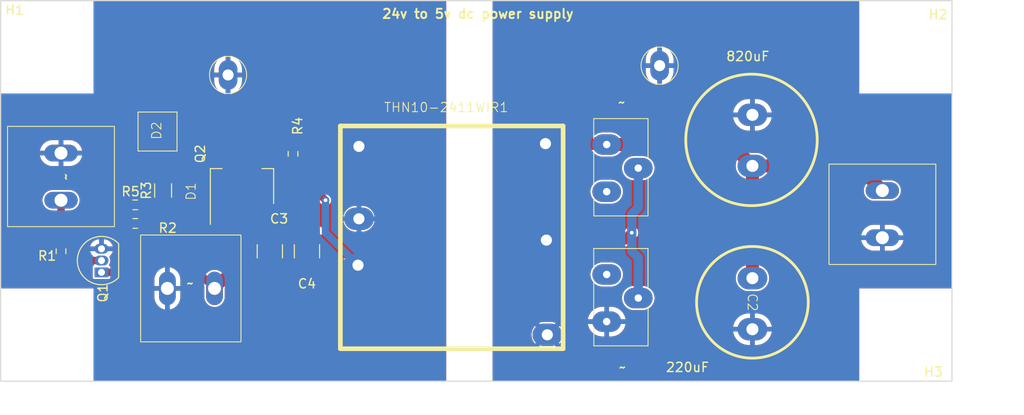
<source format=kicad_pcb>
(kicad_pcb (version 20221018) (generator pcbnew)
  (layers (0 "F.Cu" signal) (31 "B.Cu" signal) (34 "B.Paste" user) (35 "F.Paste" user) (36 "B.SilkS" user "B.Silkscreen") (37 "F.SilkS" user "F.Silkscreen") (38 "B.Mask" user) (39 "F.Mask" user) (44 "Edge.Cuts" user))
  (net 0 "")
  (net 1 "Net-(THN10-2411WIR1-Trim)")
  (net 2 "Net-(AKL073_3-Input)")
  (net 4 "Net-(AKL073_1-Input)")
  (net 5 "GND")
  (net 6 "Net-(AKL073_2-Input)")
  (net 7 "Net-(D1-K)")
  (net 8 "Net-(D2-K)")
  (net 9 "Net-(Q1-C)")
  (net 10 "Net-(Q1-B)")
  (net 11 "Net-(AKL073_3-GND)")
  (footprint "Traco_THN2411WIR:THN2411WIR" (layer "F.Cu") (at 112.6 91.5)
    (fp_text reference "THN10-2411WIR1" (at -2.6 -24 unlocked) (layer "F.SilkS") (effects (font (thickness 0.1))))
    (fp_text value "~" hide)
    (fp_line (start -14 -22) (end 10 -22) (stroke (width 0.5)) (layer "F.SilkS"))
    (fp_line (start -14 2) (end -14 -22) (stroke (width 0.5)) (layer "F.SilkS"))
    (fp_line (start 10 -22) (end 10 2) (stroke (width 0.5)) (layer "F.SilkS"))
    (fp_line (start 10 2) (end -14 2) (stroke (width 0.5)) (layer "F.SilkS"))
    (pad "1" thru_hole oval (at -12.1 -7 90) (size 2.4 3.2) (drill 1.2) (layers "*.Cu" "*.Mask") (net 4 "Net-(AKL073_1-Input)"))
    (pad "2" thru_hole oval (at -12 -12 90) (size 2.4 3.2) (drill 1.2) (layers "*.Cu" "*.Mask") (net 5 "GND"))
    (pad "3" thru_hole oval (at -12 -19.8 90) (size 2.4 3.2) (drill 1.2) (layers "*.Cu" "*.Mask") (net 8 "Net-(D2-K)"))
    (pad "4" thru_hole oval (at 8.1 -20.1 90) (size 2.4 3.2) (drill 1.2) (layers "*.Cu" "*.Mask") (net 2 "Net-(AKL073_3-Input)"))
    (pad "5" thru_hole oval (at 8.2 -9.7 90) (size 2.4 3.2) (drill 1.2) (layers "*.Cu" "*.Mask") (net 1 "Net-(THN10-2411WIR1-Trim)"))
    (pad "6" thru_hole oval (at 8.3 0.5 90) (size 2.4 3.2) (drill 1.2) (layers "*.Cu" "*.Mask") (net 11 "Net-(AKL073_3-GND)"))
  )
  (footprint "soldernail-RTML:Soldernail" (layer "F.Cu") (at 133 63)
    (fp_text reference "U2" hide)
    (fp_text value "~" hide)
    (fp_circle (center 0 0) (end 2 0) (stroke (width 0.1)) (fill none) (layer "F.SilkS"))
    (pad "1" thru_hole oval (at 0 0) (size 2 3.2) (drill 1.2) (layers "*.Cu" "*.Mask") (net 11 "Net-(AKL073_3-GND)"))
  )
  (footprint "AKL073_2:Screw-terminal" (layer "F.Cu") (at 82.5 87 180)
    (fp_text reference "AKL073_1")
    (fp_text value "~" (at 0.13 0.5 180 unlocked) (layer "F.SilkS"))
    (fp_rect (start -5.39 -5.76) (end 5.42 5.75) (stroke (width 0.1)) (fill none) (layer "F.SilkS"))
    (pad "1" thru_hole oval (at -2.54 0 180) (size 1.8 3.6) (drill 1.4) (layers "*.Cu" "*.Mask") (net 4 "Net-(AKL073_1-Input)"))
    (pad "2" thru_hole oval (at 2.54 0 180) (size 1.8 3.6) (drill 1.4) (layers "*.Cu" "*.Mask") (net 5 "GND"))
  )
  (footprint "64Y-10k:64Y-100k" (layer "F.Cu") (at 129 71.5)
    (fp_text reference "64Y-20k1" hide)
    (fp_text value "~" (at -0.08 -4.55 unlocked) (layer "F.SilkS"))
    (fp_line (start -3.1 -2.794) (end -3.1 -0.64) (stroke (width 0.1)) (layer "F.SilkS"))
    (fp_line (start -3.1 0.6) (end -3.1 4.43) (stroke (width 0.1)) (layer "F.SilkS"))
    (fp_line (start -3.09 5.7) (end -3.09 7.69) (stroke (width 0.1)) (layer "F.SilkS"))
    (fp_line (start 2.7432 -2.794) (end -3.1 -2.794) (stroke (width 0.1)) (layer "F.SilkS"))
    (fp_line (start 2.75 -2.797) (end 2.75 -0.643) (stroke (width 0.1)) (layer "F.SilkS"))
    (fp_line (start 2.75 -0.643) (end 2.75 1.55) (stroke (width 0.1)) (layer "F.SilkS"))
    (fp_line (start 2.75 7.69) (end -3.09 7.69) (stroke (width 0.1)) (layer "F.SilkS"))
    (fp_line (start 2.76 3.51) (end 2.76 5.664) (stroke (width 0.1)) (layer "F.SilkS"))
    (fp_line (start 2.76 5.664) (end 2.75 7.69) (stroke (width 0.1)) (layer "F.SilkS"))
    (pad "1" thru_hole oval (at -1.7 0 270) (size 2.2 3.1) (drill 0.8) (layers "*.Cu" "*.Mask") (net 2 "Net-(AKL073_3-Input)"))
    (pad "2" thru_hole oval (at 1.7 2.54 270) (size 2.2 3.1) (drill 0.8) (layers "*.Cu" "*.Mask") (net 1 "Net-(THN10-2411WIR1-Trim)"))
    (pad "3" thru_hole oval (at -1.7018 5.08 270) (size 2.2 3.1) (drill 0.8) (layers "*.Cu" "*.Mask"))
  )
  (footprint "MountingHole:MountingHole_3.5mm" (layer "F.Cu") (at 159.5 61)
    (fp_text reference "H2" (at 3.5 -3.5) (layer "F.SilkS"))
    (fp_text value "MountingHole_3.5mm" hide)
    (pad "" np_thru_hole circle (at 0 0) (size 3.5 3.5) (drill 3.5) (layers "*.Cu" "*.Mask"))
  )
  (footprint "Zenerdiode:BZX84-C5V6" (layer "F.Cu") (at 78.9 70.1 90)
    (fp_text reference "D2" (at 0.1 -0.1 90 unlocked) (layer "F.SilkS") (effects (font (thickness 0.1))))
    (fp_text value "BZX84-C5V6")
    (fp_line (start -2.1 -2.1) (end 2.1 -2.1) (stroke (width 0.1)) (layer "F.SilkS"))
    (fp_line (start -2.1 2.1) (end -2.1 -2.1) (stroke (width 0.1)) (layer "F.SilkS"))
    (fp_line (start 2.1 -2.1) (end 2.1 2.1) (stroke (width 0.1)) (layer "F.SilkS"))
    (fp_line (start 2.1 2.1) (end -2.1 2.1) (stroke (width 0.1)) (layer "F.SilkS"))
    (pad "1" smd roundrect (at 0 1 90) (size 2.8 1.4) (layers "F.Cu" "F.Paste" "F.Mask") (net 8 "Net-(D2-K)"))
    (pad "2" smd roundrect (at -1.1 -1 90) (size 1.2 1.4) (layers "F.Cu" "F.Paste" "F.Mask") (net 5 "GND"))
    (pad "3" smd roundrect (at 1.1 -1 90) (size 1.2 1.4) (layers "F.Cu" "F.Paste" "F.Mask"))
  )
  (footprint "Resistor_SMD:R_0603_1608Metric_Pad0.98x0.95mm_HandSolder" (layer "F.Cu") (at 76.5 78)
    (fp_text reference "R5" (at -0.5 -1.43) (layer "F.SilkS"))
    (fp_text value "1k")
    (fp_line (start -0.254724 -0.5225) (end 0.254724 -0.5225) (stroke (width 0.12)) (layer "F.SilkS"))
    (fp_line (start -0.254724 0.5225) (end 0.254724 0.5225) (stroke (width 0.12)) (layer "F.SilkS"))
    (pad "1" smd roundrect (at -0.9125 0) (size 0.975 0.95) (layers "F.Cu" "F.Paste" "F.Mask") (net 9 "Net-(Q1-C)"))
    (pad "2" smd roundrect (at 0.9125 0) (size 0.975 0.95) (layers "F.Cu" "F.Paste" "F.Mask") (net 7 "Net-(D1-K)"))
  )
  (footprint "64Y-10k:64Y-100k" (layer "F.Cu") (at 129 85.5)
    (fp_text reference "64Y-10k1" hide)
    (fp_text value "~" (at 0 10 unlocked) (layer "F.SilkS"))
    (fp_line (start -3.1 -2.794) (end -3.1 -0.64) (stroke (width 0.1)) (layer "F.SilkS"))
    (fp_line (start -3.1 0.6) (end -3.1 4.43) (stroke (width 0.1)) (layer "F.SilkS"))
    (fp_line (start -3.09 5.7) (end -3.09 7.69) (stroke (width 0.1)) (layer "F.SilkS"))
    (fp_line (start 2.7432 -2.794) (end -3.1 -2.794) (stroke (width 0.1)) (layer "F.SilkS"))
    (fp_line (start 2.75 -2.797) (end 2.75 -0.643) (stroke (width 0.1)) (layer "F.SilkS"))
    (fp_line (start 2.75 -0.643) (end 2.75 1.55) (stroke (width 0.1)) (layer "F.SilkS"))
    (fp_line (start 2.75 7.69) (end -3.09 7.69) (stroke (width 0.1)) (layer "F.SilkS"))
    (fp_line (start 2.76 3.51) (end 2.76 5.664) (stroke (width 0.1)) (layer "F.SilkS"))
    (fp_line (start 2.76 5.664) (end 2.75 7.69) (stroke (width 0.1)) (layer "F.SilkS"))
    (pad "1" thru_hole oval (at -1.7018 5.08 270) (size 2.2 3.1) (drill 0.8) (layers "*.Cu" "*.Mask") (net 11 "Net-(AKL073_3-GND)"))
    (pad "2" thru_hole oval (at 1.7 2.54 270) (size 2.2 3.1) (drill 0.8) (layers "*.Cu" "*.Mask") (net 1 "Net-(THN10-2411WIR1-Trim)"))
    (pad "3" thru_hole oval (at -1.7 0 270) (size 2.2 3.1) (drill 0.8) (layers "*.Cu" "*.Mask"))
  )
  (footprint "Resistor_SMD:R_1206_3216Metric_Pad1.30x1.75mm_HandSolder" (layer "F.Cu") (at 79.5 76.45 90)
    (fp_text reference "R3" (at 0 -1.82 90) (layer "F.SilkS"))
    (fp_text value "100k")
    (fp_line (start -0.727064 -0.91) (end 0.727064 -0.91) (stroke (width 0.12)) (layer "F.SilkS"))
    (fp_line (start -0.727064 0.91) (end 0.727064 0.91) (stroke (width 0.12)) (layer "F.SilkS"))
    (pad "1" smd roundrect (at -1.55 0 90) (size 1.3 1.75) (layers "F.Cu" "F.Paste" "F.Mask") (roundrect_rratio 0.192308) (net 7 "Net-(D1-K)"))
    (pad "2" smd roundrect (at 1.55 0 90) (size 1.3 1.75) (layers "F.Cu" "F.Paste" "F.Mask") (roundrect_rratio 0.192308) (net 5 "GND"))
  )
  (footprint "Capacitor_SMD:C_1210_3225Metric_Pad1.33x2.70mm_HandSolder" (layer "F.Cu") (at 95 83 90)
    (fp_text reference "C4" (at -3.5 0 180) (layer "F.SilkS"))
    (fp_text value "10uF")
    (fp_line (start -0.711252 -1.36) (end 0.711252 -1.36) (stroke (width 0.12)) (layer "F.SilkS"))
    (fp_line (start -0.711252 1.36) (end 0.711252 1.36) (stroke (width 0.12)) (layer "F.SilkS"))
    (pad "1" smd roundrect (at -1.5625 0 90) (size 1.325 2.7) (layers "F.Cu" "F.Paste" "F.Mask") (roundrect_rratio 0.188679) (net 4 "Net-(AKL073_1-Input)"))
    (pad "2" smd roundrect (at 1.5625 0 90) (size 1.325 2.7) (layers "F.Cu" "F.Paste" "F.Mask") (roundrect_rratio 0.188679) (net 5 "GND"))
  )
  (footprint "MountingHole:MountingHole_3.5mm" (layer "F.Cu") (at 159.5 92)
    (fp_text reference "H3" (at 3 4) (layer "F.SilkS"))
    (fp_text value "MountingHole_3.5mm" hide)
    (pad "" np_thru_hole circle (at 0 0) (size 3.5 3.5) (drill 3.5) (layers "*.Cu" "*.Mask"))
  )
  (footprint "220uF_63v:220uF" (layer "F.Cu") (at 143 88.5 -90)
    (fp_text reference "C2" (at 0 0 -90 unlocked) (layer "F.SilkS") (effects (font (thickness 0.1))))
    (fp_text value "220uF" (at 7 7 unlocked) (layer "F.SilkS"))
    (fp_circle (center 0 0) (end 6.016644 0) (stroke (width 0.3)) (fill none) (layer "F.SilkS"))
    (pad "1" thru_hole oval (at -2.6 0 270) (size 2.4 3.2) (drill 1.3) (layers "*.Cu" "*.Mask") (net 2 "Net-(AKL073_3-Input)"))
    (pad "2" thru_hole oval (at 2.9 0 270) (size 2.4 3.2) (drill 1.3) (layers "*.Cu" "*.Mask") (net 11 "Net-(AKL073_3-GND)"))
  )
  (footprint "AKL073_2:Screw-terminal" (layer "F.Cu") (at 157 79 -90)
    (fp_text reference "AKL073_3")
    (fp_text value "~")
    (fp_rect (start -5.39 -5.76) (end 5.42 5.75) (stroke (width 0.1)) (fill none) (layer "F.SilkS"))
    (pad "1" thru_hole oval (at -2.54 0 270) (size 1.8 3.6) (drill 1.4) (layers "*.Cu" "*.Mask") (net 2 "Net-(AKL073_3-Input)"))
    (pad "2" thru_hole oval (at 2.54 0 270) (size 1.8 3.6) (drill 1.4) (layers "*.Cu" "*.Mask") (net 11 "Net-(AKL073_3-GND)"))
  )
  (footprint "Package_TO_SOT_SMD:SOT-223-3_TabPin2" (layer "F.Cu") (at 88 76 90)
    (fp_text reference "Q2" (at 3.5 -4.5 90) (layer "F.SilkS"))
    (fp_text value "NDT3055L")
    (fp_line (start -4.1 -3.41) (end 1.91 -3.41) (stroke (width 0.12)) (layer "F.SilkS"))
    (fp_line (start -1.85 3.41) (end 1.91 3.41) (stroke (width 0.12)) (layer "F.SilkS"))
    (fp_line (start 1.91 -3.41) (end 1.91 -2.15) (stroke (width 0.12)) (layer "F.SilkS"))
    (fp_line (start 1.91 3.41) (end 1.91 2.15) (stroke (width 0.12)) (layer "F.SilkS"))
    (pad "1" smd rect (at -3.15 -2.3 90) (size 2 1.5) (layers "F.Cu" "F.Paste" "F.Mask") (net 7 "Net-(D1-K)"))
    (pad "2" smd rect (at -3.15 0 90) (size 2 1.5) (layers "F.Cu" "F.Paste" "F.Mask") (net 8 "Net-(D2-K)"))
    (pad "2" smd rect (at 3.15 0 90) (size 2 3.8) (layers "F.Cu" "F.Paste" "F.Mask") (net 8 "Net-(D2-K)"))
    (pad "3" smd rect (at -3.15 2.3 90) (size 2 1.5) (layers "F.Cu" "F.Paste" "F.Mask") (net 5 "GND"))
  )
  (footprint "Resistor_SMD:R_0603_1608Metric_Pad0.98x0.95mm_HandSolder" (layer "F.Cu") (at 68.5 83 -90)
    (fp_text reference "R1" (at 0.5 1.5 -180) (layer "F.SilkS"))
    (fp_text value "5.1K")
    (fp_line (start -0.254724 -0.5225) (end 0.254724 -0.5225) (stroke (width 0.12)) (layer "F.SilkS"))
    (fp_line (start -0.254724 0.5225) (end 0.254724 0.5225) (stroke (width 0.12)) (layer "F.SilkS"))
    (pad "1" smd roundrect (at -0.9125 0 270) (size 0.975 0.95) (layers "F.Cu" "F.Paste" "F.Mask") (net 6 "Net-(AKL073_2-Input)"))
    (pad "2" smd roundrect (at 0.9125 0 270) (size 0.975 0.95) (layers "F.Cu" "F.Paste" "F.Mask") (net 10 "Net-(Q1-B)"))
  )
  (footprint "MountingHole:MountingHole_3.5mm" (layer "F.Cu") (at 67 61)
    (fp_text reference "H1" (at -3.5 -4) (layer "F.SilkS"))
    (fp_text value "MountingHole_3.5mm" hide)
    (pad "" np_thru_hole circle (at 0 0) (size 3.5 3.5) (drill 3.5) (layers "*.Cu" "*.Mask"))
  )
  (footprint "Capacitor_SMD:C_1210_3225Metric_Pad1.33x2.70mm_HandSolder" (layer "F.Cu") (at 91 83 90)
    (fp_text reference "C3" (at 3.5 1 180) (layer "F.SilkS"))
    (fp_text value "100nF")
    (fp_line (start -0.711252 -1.36) (end 0.711252 -1.36) (stroke (width 0.12)) (layer "F.SilkS"))
    (fp_line (start -0.711252 1.36) (end 0.711252 1.36) (stroke (width 0.12)) (layer "F.SilkS"))
    (pad "1" smd roundrect (at -1.5625 0 90) (size 1.325 2.7) (layers "F.Cu" "F.Paste" "F.Mask") (roundrect_rratio 0.188679) (net 4 "Net-(AKL073_1-Input)"))
    (pad "2" smd roundrect (at 1.5625 0 90) (size 1.325 2.7) (layers "F.Cu" "F.Paste" "F.Mask") (roundrect_rratio 0.188679) (net 5 "GND"))
  )
  (footprint "820uF:820uF_63V" (layer "F.Cu") (at 143 71 90)
    (fp_text reference "C1" hide)
    (fp_text value "820uF" (at 9 -0.5 unlocked) (layer "F.SilkS"))
    (fp_circle (center 0 -0.1) (end 7.083078 -0.1) (stroke (width 0.3)) (fill none) (layer "F.SilkS"))
    (pad "1" thru_hole oval (at -2.8 0 90) (size 2.4 3.2) (drill 1.3) (layers "*.Cu" "*.Mask") (net 2 "Net-(AKL073_3-Input)"))
    (pad "2" thru_hole oval (at 2.7 0 90) (size 2.4 3.2) (drill 1.3) (layers "*.Cu" "*.Mask") (net 11 "Net-(AKL073_3-GND)"))
  )
  (footprint "soldernail-RTML:Soldernail" (layer "F.Cu") (at 86.5 64)
    (fp_text reference "U1" hide)
    (fp_text value "~" hide)
    (fp_circle (center 0 0) (end 2 0) (stroke (width 0.1)) (fill none) (layer "F.SilkS"))
    (pad "1" thru_hole oval (at 0 0) (size 2 3.2) (drill 1.2) (layers "*.Cu" "*.Mask") (net 5 "GND"))
  )
  (footprint "AKL073_2:Screw-terminal" (layer "F.Cu") (at 68.5 74.96 90)
    (fp_text reference "AKL073_2")
    (fp_text value "~" (at 0 0.5 90 unlocked) (layer "F.SilkS"))
    (fp_rect (start -5.39 -5.76) (end 5.42 5.75) (stroke (width 0.1)) (fill none) (layer "F.SilkS"))
    (pad "1" thru_hole oval (at -2.54 0 90) (size 1.8 3.6) (drill 1.4) (layers "*.Cu" "*.Mask") (net 6 "Net-(AKL073_2-Input)"))
    (pad "2" thru_hole oval (at 2.54 0 90) (size 1.8 3.6) (drill 1.4) (layers "*.Cu" "*.Mask") (net 5 "GND"))
  )
  (footprint "Resistor_SMD:R_0603_1608Metric_Pad0.98x0.95mm_HandSolder" (layer "F.Cu") (at 76.5 80 180)
    (fp_text reference "R2" (at -3.5 -0.5) (layer "F.SilkS"))
    (fp_text value "22k")
    (fp_line (start -0.254724 -0.5225) (end 0.254724 -0.5225) (stroke (width 0.12)) (layer "F.SilkS"))
    (fp_line (start -0.254724 0.5225) (end 0.254724 0.5225) (stroke (width 0.12)) (layer "F.SilkS"))
    (pad "1" smd roundrect (at -0.9125 0 180) (size 0.975 0.95) (layers "F.Cu" "F.Paste" "F.Mask") (net 4 "Net-(AKL073_1-Input)"))
    (pad "2" smd roundrect (at 0.9125 0 180) (size 0.975 0.95) (layers "F.Cu" "F.Paste" "F.Mask") (net 9 "Net-(Q1-C)"))
  )
  (footprint "BZX84-C5V6:Zenerdiode_5.6V" (layer "F.Cu") (at 82.5 76.45 90)
    (fp_text reference "D1" (at -0.1 0 90 unlocked) (layer "F.SilkS") (effects (font (thickness 0.1))))
    (fp_text value "BZX384-C12")
    (pad "1" smd roundrect (at -1.45 0 90) (size 1.5 1.2) (layers "F.Cu" "F.Paste" "F.Mask") (net 7 "Net-(D1-K)"))
    (pad "2" smd roundrect (at 1.45 0 90) (size 1.5 1.2) (layers "F.Cu" "F.Paste" "F.Mask") (net 5 "GND"))
  )
  (footprint "Resistor_SMD:R_0603_1608Metric_Pad0.98x0.95mm_HandSolder" (layer "F.Cu") (at 93.5 72.5 90)
    (fp_text reference "R4" (at 3 0.5 90) (layer "F.SilkS"))
    (fp_text value "5.1k")
    (fp_line (start -0.254724 -0.5225) (end 0.254724 -0.5225) (stroke (width 0.12)) (layer "F.SilkS"))
    (fp_line (start -0.254724 0.5225) (end 0.254724 0.5225) (stroke (width 0.12)) (layer "F.SilkS"))
    (pad "1" smd roundrect (at -0.9125 0 90) (size 0.975 0.95) (layers "F.Cu" "F.Paste" "F.Mask") (net 4 "Net-(AKL073_1-Input)"))
    (pad "2" smd roundrect (at 0.9125 0 90) (size 0.975 0.95) (layers "F.Cu" "F.Paste" "F.Mask") (net 8 "Net-(D2-K)"))
  )
  (footprint "Package_TO_SOT_THT:TO-92_Inline" (layer "F.Cu") (at 72.86 85.27 90)
    (fp_text reference "Q1" (at -2.23 0.14 90) (layer "F.SilkS"))
    (fp_text value "BC547")
    (fp_line (start -0.53 1.85) (end 3.07 1.85) (stroke (width 0.12)) (layer "F.SilkS"))
    (fp_arc (start -0.568478 1.838478) (mid -1.132087 -0.994977) (end 1.27 -2.6) (stroke (width 0.12)) (layer "F.SilkS"))
    (fp_arc (start 1.27 -2.6) (mid 3.672087 -0.994977) (end 3.108478 1.838478) (stroke (width 0.12)) (layer "F.SilkS"))
    (pad "1" thru_hole rect (at 0 0 90) (size 1.05 1.5) (drill 0.75) (layers "*.Cu" "*.Mask") (net 9 "Net-(Q1-C)"))
    (pad "2" thru_hole oval (at 1.27 0 90) (size 1.05 1.5) (drill 0.75) (layers "*.Cu" "*.Mask") (net 10 "Net-(Q1-B)"))
    (pad "3" thru_hole oval (at 2.54 0 90) (size 1.05 1.5) (drill 0.75) (layers "*.Cu" "*.Mask") (net 5 "GND"))
  )
  (footprint "MountingHole:MountingHole_3.5mm" (layer "F.Cu") (at 67 92)
    (fp_text reference "H4" (at 0 0) (layer "F.SilkS"))
    (fp_text value "MountingHole_3.5mm" hide)
    (pad "" np_thru_hole circle (at 0 0) (size 3.5 3.5) (drill 3.5) (layers "*.Cu" "*.Mask"))
  )
  (gr_rect (start 62 56) (end 164.5 97) (stroke (width 0.1)) (fill none) (layer "Edge.Cuts"))
  (gr_text "24v to 5v dc power supply" (at 103 58) (layer "F.SilkS") (effects (font (size 1 1) (thickness 0.2) bold) (justify left bottom)))
  (segment (start 129.2 81.8) (end 130 81) (width 1) (layer "F.Cu") (net 1))
  (segment (start 120.8 81.8) (end 129.2 81.8) (width 1) (layer "F.Cu") (net 1))
  (via (at 130 81) (size 0.8) (drill 0.4) (layers "F.Cu" "B.Cu") (net 1))
  (segment (start 130.7 83.7) (end 130 83) (width 1) (layer "B.Cu") (net 1))
  (segment (start 130.7 88.04) (end 130.7 83.7) (width 1) (layer "B.Cu") (net 1))
  (segment (start 130 81) (end 130 83) (width 1) (layer "B.Cu") (net 1))
  (segment (start 130 79) (end 130 81) (width 1) (layer "B.Cu") (net 1))
  (segment (start 130.7 74.04) (end 130.7 78.3) (width 1) (layer "B.Cu") (net 1))
  (segment (start 130.7 78.3) (end 130 79) (width 1) (layer "B.Cu") (net 1))
  (segment (start 154.34 73.8) (end 157 76.46) (width 1.4) (layer "F.Cu") (net 2))
  (segment (start 140.7 71.5) (end 127.3 71.5) (width 1.4) (layer "F.Cu") (net 2))
  (segment (start 120.7 71.4) (end 127.2 71.4) (width 1.4) (layer "F.Cu") (net 2))
  (segment (start 143 81) (end 143 85.9) (width 1.4) (layer "F.Cu") (net 2))
  (segment (start 143 73.8) (end 140.7 71.5) (width 1.4) (layer "F.Cu") (net 2))
  (segment (start 127.2 71.4) (end 127.3 71.5) (width 1.2) (layer "F.Cu") (net 2))
  (segment (start 143 73.8) (end 143 81) (width 1.4) (layer "F.Cu") (net 2))
  (segment (start 143 73.8) (end 154.34 73.8) (width 1.4) (layer "F.Cu") (net 2))
  (segment (start 95 84.5625) (end 100.4375 84.5625) (width 1.2) (layer "F.Cu") (net 4))
  (segment (start 77.4125 80) (end 78.04 80) (width 0.8) (layer "F.Cu") (net 4))
  (segment (start 100.4375 84.5625) (end 100.5 84.5) (width 0.9) (layer "F.Cu") (net 4))
  (segment (start 91 84.5625) (end 95 84.5625) (width 1.2) (layer "F.Cu") (net 4))
  (segment (start 91 84.5625) (end 87.4775 84.5625) (width 1.2) (layer "F.Cu") (net 4))
  (segment (start 87.4775 84.5625) (end 85.04 87) (width 1.2) (layer "F.Cu") (net 4))
  (segment (start 78.04 80) (end 85.04 87) (width 0.8) (layer "F.Cu") (net 4))
  (segment (start 93.5 73.4125) (end 93.5 74) (width 0.8) (layer "F.Cu") (net 4))
  (segment (start 93.5 74) (end 97 77.5) (width 0.8) (layer "F.Cu") (net 4))
  (via (at 97 77.5) (size 0.8) (drill 0.4) (layers "F.Cu" "B.Cu") (net 4))
  (segment (start 97 81) (end 100.5 84.5) (width 0.8) (layer "B.Cu") (net 4))
  (segment (start 97 77.5) (end 97 81) (width 0.8) (layer "B.Cu") (net 4))
  (segment (start 68.5 77.5) (end 68.5 82.0875) (width 0.8) (layer "F.Cu") (net 6))
  (segment (start 79.5 78) (end 82.4 78) (width 0.8) (layer "F.Cu") (net 7))
  (segment (start 82.4 78) (end 82.5 77.9) (width 0.8) (layer "F.Cu") (net 7))
  (segment (start 84.45 77.9) (end 85.7 79.15) (width 0.8) (layer "F.Cu") (net 7))
  (segment (start 77.4125 78) (end 79.5 78) (width 0.8) (layer "F.Cu") (net 7))
  (segment (start 82.5 77.9) (end 84.45 77.9) (width 0.8) (layer "F.Cu") (net 7))
  (segment (start 79.9 70.1) (end 82.65 72.85) (width 0.9) (layer "F.Cu") (net 8))
  (segment (start 88 79.15) (end 88 72.85) (width 0.9) (layer "F.Cu") (net 8))
  (segment (start 82.65 72.85) (end 88 72.85) (width 0.9) (layer "F.Cu") (net 8))
  (segment (start 100.4875 71.5875) (end 100.6 71.7) (width 0.9) (layer "F.Cu") (net 8))
  (segment (start 89.2625 71.5875) (end 88 72.85) (width 0.9) (layer "F.Cu") (net 8))
  (segment (start 93.5 71.5875) (end 100.4875 71.5875) (width 0.9) (layer "F.Cu") (net 8))
  (segment (start 93.5 71.5875) (end 89.2625 71.5875) (width 0.9) (layer "F.Cu") (net 8))
  (segment (start 75.5875 80) (end 75.5875 78) (width 0.8) (layer "F.Cu") (net 9))
  (segment (start 75.5875 84.0925) (end 75.5875 80) (width 0.8) (layer "F.Cu") (net 9))
  (segment (start 72.86 85.27) (end 74.41 85.27) (width 0.8) (layer "F.Cu") (net 9))
  (segment (start 74.41 85.27) (end 75.5875 84.0925) (width 0.8) (layer "F.Cu") (net 9))
  (segment (start 68.5875 84) (end 68.5 83.9125) (width 0.8) (layer "F.Cu") (net 10))
  (segment (start 72.86 84) (end 68.5875 84) (width 0.8) (layer "F.Cu") (net 10))
  (zone (net 5) (net_name "GND") (layers "F&B.Cu") (connect_pads (clearance 0)) (min_thickness 0.25) (fill yes (thermal_gap 0.5) (thermal_bridge_width 0.5))
    (polygon (pts (xy 110 56) (xy 110 97) (xy 72 97) (xy 72 87) (xy 62 87) (xy 62 66) (xy 72 66) (xy 72 56)))
  )
  (zone (net 11) (net_name "Net-(AKL073_3-GND)") (layers "F&B.Cu") (priority 1) (connect_pads (clearance 0)) (min_thickness 0.25) (fill yes (thermal_gap 0.5) (thermal_bridge_width 0.5))
    (polygon (pts (xy 115 56) (xy 115 97) (xy 154.5 97) (xy 154.5 87) (xy 164.5 87) (xy 164.5 66) (xy 154.5 66) (xy 154.5 56)))
  )
  (zone (net 0) (net_name "") (layers "F&B.Cu") (connect_pads (clearance 0)) (min_thickness 0.25)
    (keepout (tracks allowed) (vias allowed) (pads allowed) (copperpour not_allowed) (footprints allowed))
    (fill (thermal_gap 0.5) (thermal_bridge_width 0.5))
    (polygon (pts (xy 154.5 56) (xy 154.5 66) (xy 164.5 66) (xy 164.5 56)))
  )
  (zone (net 0) (net_name "") (layers "F&B.Cu") (connect_pads (clearance 0)) (min_thickness 0.25)
    (keepout (tracks allowed) (vias allowed) (pads allowed) (copperpour not_allowed) (footprints allowed))
    (fill (thermal_gap 0.5) (thermal_bridge_width 0.5))
    (polygon (pts (xy 62 56) (xy 62 66) (xy 72 66) (xy 72 56)))
  )
  (zone (net 0) (net_name "") (layers "F&B.Cu") (connect_pads (clearance 0)) (min_thickness 0.25)
    (keepout (tracks allowed) (vias allowed) (pads allowed) (copperpour not_allowed) (footprints allowed))
    (fill (thermal_gap 0.5) (thermal_bridge_width 0.5))
    (polygon (pts (xy 154.5 87) (xy 154.5 97) (xy 164.5 97) (xy 164.5 87)))
  )
  (zone (net 0) (net_name "") (layers "F&B.Cu") (connect_pads (clearance 0)) (min_thickness 0.25)
    (keepout (tracks allowed) (vias allowed) (pads allowed) (copperpour not_allowed) (footprints allowed))
    (fill (thermal_gap 0.5) (thermal_bridge_width 0.5))
    (polygon (pts (xy 62 87) (xy 62 97) (xy 72 97) (xy 72 87)))
  )
)
</source>
